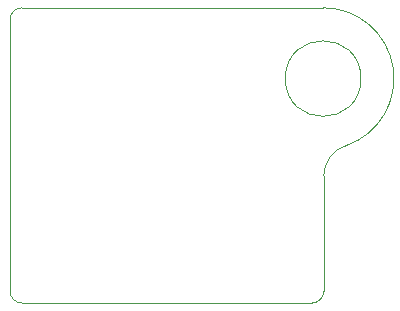
<source format=gbr>
%TF.GenerationSoftware,KiCad,Pcbnew,7.0.2-1.fc38*%
%TF.CreationDate,2023-06-06T11:06:49+02:00*%
%TF.ProjectId,marauder_mini_pcb,6d617261-7564-4657-925f-6d696e695f70,rev?*%
%TF.SameCoordinates,Original*%
%TF.FileFunction,Profile,NP*%
%FSLAX46Y46*%
G04 Gerber Fmt 4.6, Leading zero omitted, Abs format (unit mm)*
G04 Created by KiCad (PCBNEW 7.0.2-1.fc38) date 2023-06-06 11:06:49*
%MOMM*%
%LPD*%
G01*
G04 APERTURE LIST*
%TA.AperFunction,Profile*%
%ADD10C,0.100000*%
%TD*%
G04 APERTURE END LIST*
D10*
X71000000Y-49500000D02*
G75*
G03*
X70000000Y-50500000I0J-1000000D01*
G01*
X70000000Y-50500000D02*
X70000000Y-73500000D01*
X71000000Y-74500000D02*
X95552893Y-74500000D01*
X95552893Y-74500000D02*
G75*
G03*
X96552893Y-73500000I0J1000000D01*
G01*
X70000000Y-73500000D02*
G75*
G03*
X71000000Y-74500000I1000000J0D01*
G01*
X98479119Y-61164194D02*
G75*
G03*
X96500000Y-49500000I-1979119J5664194D01*
G01*
X96552893Y-73500000D02*
X96551733Y-63750000D01*
X71000000Y-49500000D02*
X96500000Y-49500000D01*
X98479119Y-61164195D02*
G75*
G03*
X96551733Y-63750000I770881J-2585805D01*
G01*
X99700000Y-55500000D02*
G75*
G03*
X99700000Y-55500000I-3200000J0D01*
G01*
M02*

</source>
